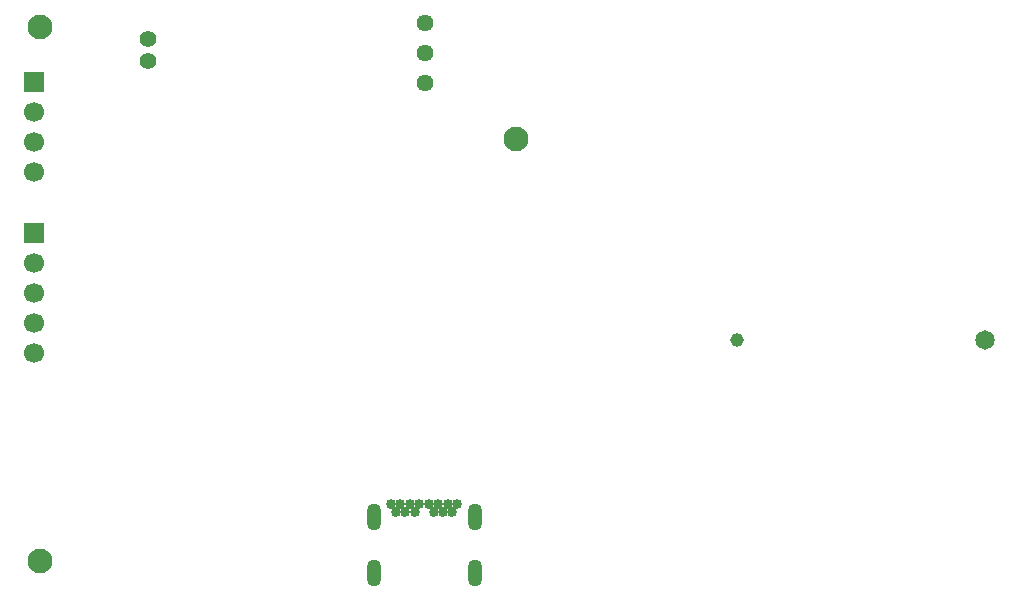
<source format=gbr>
%TF.GenerationSoftware,KiCad,Pcbnew,9.0.4*%
%TF.CreationDate,2025-09-02T02:13:18+05:30*%
%TF.ProjectId,ESP32 project,45535033-3220-4707-926f-6a6563742e6b,rev?*%
%TF.SameCoordinates,Original*%
%TF.FileFunction,Soldermask,Bot*%
%TF.FilePolarity,Negative*%
%FSLAX46Y46*%
G04 Gerber Fmt 4.6, Leading zero omitted, Abs format (unit mm)*
G04 Created by KiCad (PCBNEW 9.0.4) date 2025-09-02 02:13:18*
%MOMM*%
%LPD*%
G01*
G04 APERTURE LIST*
%ADD10C,1.412000*%
%ADD11C,1.440000*%
%ADD12R,1.700000X1.700000*%
%ADD13C,1.700000*%
%ADD14C,1.150000*%
%ADD15C,1.650000*%
%ADD16C,0.854000*%
%ADD17O,1.254000X2.304000*%
%ADD18C,2.100000*%
G04 APERTURE END LIST*
D10*
%TO.C,MK1*%
X144850000Y-77510000D03*
X144850000Y-79410000D03*
%TD*%
D11*
%TO.C,R32*%
X168350000Y-81290000D03*
X168350000Y-78750000D03*
X168350000Y-76210000D03*
%TD*%
D12*
%TO.C,J5*%
X135250000Y-93980000D03*
D13*
X135250000Y-96520000D03*
X135250000Y-99060000D03*
X135250000Y-101600000D03*
X135250000Y-104140000D03*
%TD*%
D14*
%TO.C,J3*%
X194750000Y-103050000D03*
D15*
X215750000Y-103050000D03*
%TD*%
D16*
%TO.C,J1*%
X171050000Y-116870000D03*
X170650000Y-117580000D03*
X169850000Y-117580000D03*
X169450000Y-116870000D03*
X169050000Y-117580000D03*
X168650000Y-116870000D03*
X167850000Y-116870000D03*
X167450000Y-117580000D03*
X167050000Y-116870000D03*
X166650000Y-117580000D03*
X165850000Y-117580000D03*
X165450000Y-116870000D03*
X170250000Y-116870000D03*
X166250000Y-116870000D03*
D17*
X163980000Y-118020000D03*
X172520000Y-118020000D03*
X163980000Y-122750000D03*
X172520000Y-122750000D03*
%TD*%
D18*
%TO.C,REF\u002A\u002A*%
X135750000Y-121750000D03*
%TD*%
%TO.C,REF\u002A\u002A*%
X176000000Y-86000000D03*
%TD*%
%TO.C,REF\u002A\u002A*%
X135750000Y-76500000D03*
%TD*%
D12*
%TO.C,J4*%
X135250000Y-81190000D03*
D13*
X135250000Y-83730000D03*
X135250000Y-86270000D03*
X135250000Y-88810000D03*
%TD*%
M02*

</source>
